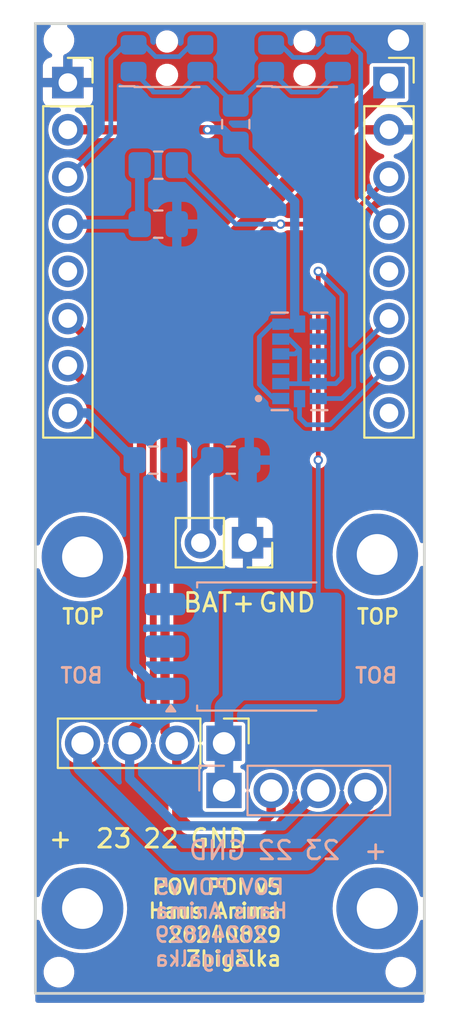
<source format=kicad_pcb>
(kicad_pcb (version 20240108) (generator "pcbnew") (generator_version "8.0")
  (layers (0 "F.Cu" signal) (31 "B.Cu" signal) (34 "B.Paste" user) (35 "F.Paste" user) (36 "B.SilkS" user "B.Silkscreen") (37 "F.SilkS" user "F.Silkscreen") (38 "B.Mask" user) (39 "F.Mask" user) (44 "Edge.Cuts" user))
  (net 0 "")
  (net 1 "/BAT+_TERMINAL")
  (net 2 "/V_LED")
  (net 3 "/3V3")
  (net 4 "/GATED_GND")
  (net 5 "/V_USB")
  (net 6 "/IO19")
  (net 7 "Net-(SW1-A)")
  (net 8 "/IO20")
  (net 9 "/A5")
  (net 10 "/A4")
  (net 11 "/IO17")
  (net 12 "/DI")
  (net 13 "/CI")
  (net 19 "/IO16")
  (net 21 "GND")
  (net 22 "/A6")
  (net 23 "/IO23")
  (net 24 "/IO7")
  (footprint "MountingHole:MountingHole_2.2mm_M2_Pad" (layer "F.Cu") (at 45.085 54.61)
    (property "Reference" "H1" (hide yes))
    (property "Value" "MountingHole" (hide yes))
    (pad "1" thru_hole circle (at 0 0) (size 4.4 4.4) (drill 2.2) (layers "*.Cu" "*.Mask"))
  )
  (footprint "00_PERSONAL:PinHeader_1x04_P2.54mm_Vertical_LARGER_HOLES" (layer "F.Cu") (at 36.83 64.77 -90)
    (property "Reference" "J5" (hide yes))
    (property "Value" "Conn_01x04" (hide yes))
    (fp_line (start -1.33 8.95) (end 1.33 8.95) (stroke (width 0.12)) (layer "F.SilkS"))
    (fp_line (start -1.33 1.27) (end -1.33 8.95) (stroke (width 0.12)) (layer "F.SilkS"))
    (fp_line (start -1.33 1.27) (end 1.33 1.27) (stroke (width 0.12)) (layer "F.SilkS"))
    (fp_line (start 1.33 1.27) (end 1.33 8.95) (stroke (width 0.12)) (layer "F.SilkS"))
    (fp_line (start -1.33 0) (end -1.33 -1.33) (stroke (width 0.12)) (layer "F.SilkS"))
    (fp_line (start -1.33 -1.33) (end 0 -1.33) (stroke (width 0.12)) (layer "F.SilkS"))
    (pad "1" thru_hole rect (at 0 0 270) (size 1.9 1.9) (drill 1.2) (layers "*.Cu" "*.Mask") (net 4 "/GATED_GND"))
    (pad "2" thru_hole oval (at 0 2.54 270) (size 1.9 1.9) (drill 1.2) (layers "*.Cu" "*.Mask") (net 12 "/DI"))
    (pad "3" thru_hole oval (at 0 5.08 270) (size 1.9 1.9) (drill 1.2) (layers "*.Cu" "*.Mask") (net 13 "/CI"))
    (pad "4" thru_hole oval (at 0 7.62 270) (size 1.9 1.9) (drill 1.2) (layers "*.Cu" "*.Mask") (net 2 "/V_LED"))
  )
  (footprint "00_PERSONAL:ToolingHole_JLCPCB" (layer "F.Cu") (at 46.355 77.089)
    (property "Reference" "TP2" (hide yes))
    (property "Value" "Tooling Hole" (hide yes))
    (pad "" np_thru_hole circle (at 0 0) (size 1.152 1.152) (drill 1.152) (layers "F&B.Cu" "*.Mask") (clearance 0.248))
  )
  (footprint "MountingHole:MountingHole_2.2mm_M2_Pad" (layer "F.Cu") (at 29.21 73.66)
    (property "Reference" "H3" (hide yes))
    (property "Value" "MountingHole" (hide yes))
    (pad "1" thru_hole circle (at 0 0) (size 4.4 4.4) (drill 2.2) (layers "*.Cu" "*.Mask"))
  )
  (footprint "Connector_PinSocket_2.54mm:PinSocket_1x02_P2.54mm_Vertical" (layer "F.Cu") (at 38.1 53.975 -90)
    (property "Reference" "BatteryConn1" (hide yes))
    (property "Value" "Conn_01x02" (hide yes))
    (fp_line (start -1.33 3.87) (end 1.33 3.87) (stroke (width 0.12)) (layer "F.SilkS"))
    (fp_line (start -1.33 1.27) (end -1.33 3.87) (stroke (width 0.12)) (layer "F.SilkS"))
    (fp_line (start -1.33 1.27) (end 1.33 1.27) (stroke (width 0.12)) (layer "F.SilkS"))
    (fp_line (start 1.33 1.27) (end 1.33 3.87) (stroke (width 0.12)) (layer "F.SilkS"))
    (fp_line (start 0 -1.33) (end 1.33 -1.33) (stroke (width 0.12)) (layer "F.SilkS"))
    (fp_line (start 1.33 -1.33) (end 1.33 0) (stroke (width 0.12)) (layer "F.SilkS"))
    (pad "1" thru_hole rect (at 0 0 270) (size 1.7 1.7) (drill 1) (layers "*.Cu" "*.Mask") (net 21 "GND"))
    (pad "2" thru_hole oval (at 0 2.54 270) (size 1.7 1.7) (drill 1) (layers "*.Cu" "*.Mask") (net 1 "/BAT+_TERMINAL"))
  )
  (footprint "00_PERSONAL:ToolingHole_JLCPCB" (layer "F.Cu") (at 27.94 26.924)
    (property "Reference" "TP3" (hide yes))
    (property "Value" "Tooling Hole" (hide yes))
    (pad "" np_thru_hole circle (at 0 0) (size 1.152 1.152) (drill 1.152) (layers "F&B.Cu" "*.Mask") (clearance 0.248))
  )
  (footprint "Connector_PinSocket_2.54mm:PinSocket_1x08_P2.54mm_Vertical" (layer "F.Cu") (at 45.72 29.21)
    (property "Reference" "J4" (hide yes))
    (property "Value" "Conn_01x08" (hide yes))
    (fp_line (start -1.33 1.27) (end -1.33 19.11) (stroke (width 0.12)) (layer "F.SilkS"))
    (fp_line (start -1.33 1.27) (end 1.33 1.27) (stroke (width 0.12)) (layer "F.SilkS"))
    (fp_line (start -1.33 19.11) (end 1.33 19.11) (stroke (width 0.12)) (layer "F.SilkS"))
    (fp_line (start 0 -1.33) (end 1.33 -1.33) (stroke (width 0.12)) (layer "F.SilkS"))
    (fp_line (start 1.33 -1.33) (end 1.33 0) (stroke (width 0.12)) (layer "F.SilkS"))
    (fp_line (start 1.33 1.27) (end 1.33 19.11) (stroke (width 0.12)) (layer "F.SilkS"))
    (pad "1" thru_hole rect (at 0 0) (size 1.7 1.7) (drill 1) (layers "*.Cu" "*.Mask") (net 1 "/BAT+_TERMINAL"))
    (pad "2" thru_hole oval (at 0 2.54) (size 1.7 1.7) (drill 1) (layers "*.Cu" "*.Mask") (net 21 "GND"))
    (pad "3" thru_hole oval (at 0 5.08) (size 1.7 1.7) (drill 1) (layers "*.Cu" "*.Mask") (net 5 "/V_USB"))
    (pad "4" thru_hole oval (at 0 7.62) (size 1.7 1.7) (drill 1) (layers "*.Cu" "*.Mask") (net 11 "/IO17"))
    (pad "5" thru_hole oval (at 0 10.16) (size 1.7 1.7) (drill 1) (layers "*.Cu" "*.Mask") (net 19 "/IO16"))
    (pad "6" thru_hole oval (at 0 12.7) (size 1.7 1.7) (drill 1) (layers "*.Cu" "*.Mask") (net 6 "/IO19"))
    (pad "7" thru_hole oval (at 0 15.24) (size 1.7 1.7) (drill 1) (layers "*.Cu" "*.Mask") (net 8 "/IO20"))
    (pad "8" thru_hole oval (at 0 17.78) (size 1.7 1.7) (drill 1) (layers "*.Cu" "*.Mask") (net 22 "/A6"))
  )
  (footprint "00_PERSONAL:ToolingHole_JLCPCB" (layer "F.Cu") (at 27.94 77.089)
    (property "Reference" "TP1" (hide yes))
    (property "Value" "Tooling Hole" (hide yes))
    (pad "" np_thru_hole circle (at 0 0) (size 1.152 1.152) (drill 1.152) (layers "F&B.Cu" "*.Mask") (clearance 0.248))
  )
  (footprint "MountingHole:MountingHole_2.2mm_M2_Pad" (layer "F.Cu") (at 45.085 73.66)
    (property "Reference" "H4" (hide yes))
    (property "Value" "MountingHole" (hide yes))
    (pad "1" thru_hole circle (at 0 0) (size 4.4 4.4) (drill 2.2) (layers "*.Cu" "*.Mask"))
  )
  (footprint "00_PERSONAL:ToolingHole_JLCPCB" (layer "F.Cu") (at 46.228 26.924)
    (property "Reference" "TP4" (hide yes))
    (property "Value" "Tooling Hole" (hide yes))
    (pad "" np_thru_hole circle (at 0 0) (size 1.152 1.152) (drill 1.152) (layers "F&B.Cu" "*.Mask") (clearance 0.248))
  )
  (footprint "MountingHole:MountingHole_2.2mm_M2_Pad" (layer "F.Cu") (at 29.21 54.737)
    (property "Reference" "H2" (hide yes))
    (property "Value" "MountingHole" (hide yes))
    (pad "1" thru_hole circle (at 0 0) (size 4.4 4.4) (drill 2.2) (layers "*.Cu" "*.Mask"))
  )
  (footprint "Connector_PinSocket_2.54mm:PinSocket_1x08_P2.54mm_Vertical" (layer "F.Cu") (at 28.42 29.21)
    (property "Reference" "J2" (hide yes))
    (property "Value" "Conn_01x08" (hide yes))
    (fp_line (start -1.33 1.27) (end -1.33 19.11) (stroke (width 0.12)) (layer "F.SilkS"))
    (fp_line (start -1.33 1.27) (end 1.33 1.27) (stroke (width 0.12)) (layer "F.SilkS"))
    (fp_line (start -1.33 19.11) (end 1.33 19.11) (stroke (width 0.12)) (layer "F.SilkS"))
    (fp_line (start 0 -1.33) (end 1.33 -1.33) (stroke (width 0.12)) (layer "F.SilkS"))
    (fp_line (start 1.33 -1.33) (end 1.33 0) (stroke (width 0.12)) (layer "F.SilkS"))
    (fp_line (start 1.33 1.27) (end 1.33 19.11) (stroke (width 0.12)) (layer "F.SilkS"))
    (pad "1" thru_hole rect (at 0 0) (size 1.7 1.7) (drill 1) (layers "*.Cu" "*.Mask") (net 21 "GND"))
    (pad "2" thru_hole oval (at 0 2.54) (size 1.7 1.7) (drill 1) (layers "*.Cu" "*.Mask") (net 3 "/3V3"))
    (pad "3" thru_hole oval (at 0 5.08) (size 1.7 1.7) (drill 1) (layers "*.Cu" "*.Mask") (net 10 "/A4"))
    (pad "4" thru_hole oval (at 0 7.62) (size 1.7 1.7) (drill 1) (layers "*.Cu" "*.Mask") (net 9 "/A5"))
    (pad "5" thru_hole oval (at 0 10.16) (size 1.7 1.7) (drill 1) (layers "*.Cu" "*.Mask") (net 23 "/IO23"))
    (pad "6" thru_hole oval (at 0 12.7) (size 1.7 1.7) (drill 1) (layers "*.Cu" "*.Mask") (net 12 "/DI"))
    (pad "7" thru_hole oval (at 0 15.24) (size 1.7 1.7) (drill 1) (layers "*.Cu" "*.Mask") (net 13 "/CI"))
    (pad "8" thru_hole oval (at 0 17.78) (size 1.7 1.7) (drill 1) (layers "*.Cu" "*.Mask") (net 24 "/IO7"))
  )
  (footprint "Resistor_SMD:R_0805_2012Metric_Pad1.20x1.40mm_HandSolder" (layer "B.Cu") (at 33.02 49.53 180)
    (property "Reference" "R6" (hide yes))
    (property "Value" "100K Ω" (hide yes))
    (fp_line (start 0.227064 0.735) (end -0.227064 0.735) (stroke (width 0.12)) (layer "B.SilkS"))
    (fp_line (start 0.227064 -0.735) (end -0.227064 -0.735) (stroke (width 0.12)) (layer "B.SilkS"))
    (pad "1" smd roundrect (at -1 0 180) (size 1.2 1.4) (layers "B.Cu" "B.Paste" "B.Mask") (roundrect_rratio 0.208333) (net 21 "GND"))
    (pad "2" smd roundrect (at 1 0 180) (size 1.2 1.4) (layers "B.Cu" "B.Paste" "B.Mask") (roundrect_rratio 0.208333) (net 24 "/IO7"))
  )
  (footprint "Resistor_SMD:R_0805_2012Metric_Pad1.20x1.40mm_HandSolder" (layer "B.Cu") (at 33.29 33.655)
    (property "Reference" "R1" (hide yes))
    (property "Value" "100K Ω" (hide yes))
    (fp_line (start 0.227064 -0.735) (end -0.227064 -0.735) (stroke (width 0.12)) (layer "B.SilkS"))
    (fp_line (start 0.227064 0.735) (end -0.227064 0.735) (stroke (width 0.12)) (layer "B.SilkS"))
    (pad "1" smd roundrect (at -1 0) (size 1.2 1.4) (layers "B.Cu" "B.Paste" "B.Mask") (roundrect_rratio 0.208333) (net 9 "/A5"))
    (pad "2" smd roundrect (at 1 0) (size 1.2 1.4) (layers "B.Cu" "B.Paste" "B.Mask") (roundrect_rratio 0.208333) (net 5 "/V_USB"))
  )
  (footprint "Resistor_SMD:R_0805_2012Metric_Pad1.20x1.40mm_HandSolder" (layer "B.Cu") (at 37.465 31.448 -90)
    (property "Reference" "R5" (hide yes))
    (property "Value" "100K Ω" (hide yes))
    (fp_line (start 0.227064 0.735) (end -0.227064 0.735) (stroke (width 0.12)) (layer "B.SilkS"))
    (fp_line (start 0.227064 -0.735) (end -0.227064 -0.735) (stroke (width 0.12)) (layer "B.SilkS"))
    (pad "1" smd roundrect (at -1 0 270) (size 1.2 1.4) (layers "B.Cu" "B.Paste" "B.Mask") (roundrect_rratio 0.208333) (net 7 "Net-(SW1-A)"))
    (pad "2" smd roundrect (at 1 0 270) (size 1.2 1.4) (layers "B.Cu" "B.Paste" "B.Mask") (roundrect_rratio 0.208333) (net 3 "/3V3"))
  )
  (footprint "Resistor_SMD:R_0805_2012Metric_Pad1.20x1.40mm_HandSolder" (layer "B.Cu") (at 33.29 36.83 180)
    (property "Reference" "R3" (hide yes))
    (property "Value" "200K Ω" (hide yes))
    (fp_line (start 0.227064 0.735) (end -0.227064 0.735) (stroke (width 0.12)) (layer "B.SilkS"))
    (fp_line (start 0.227064 -0.735) (end -0.227064 -0.735) (stroke (width 0.12)) (layer "B.SilkS"))
    (pad "1" smd roundrect (at -1 0 180) (size 1.2 1.4) (layers "B.Cu" "B.Paste" "B.Mask") (roundrect_rratio 0.208333) (net 21 "GND"))
    (pad "2" smd roundrect (at 1 0 180) (size 1.2 1.4) (layers "B.Cu" "B.Paste" "B.Mask") (roundrect_rratio 0.208333) (net 9 "/A5"))
  )
  (footprint "Package_TO_SOT_SMD:TO-252-3_TabPin4" (layer "B.Cu") (at 38.695 59.562)
    (property "Reference" "Q1" (hide yes))
    (property "Value" "Q_NMOS_GDSD" (hide yes))
    (fp_line (start -3.31 -3.45) (end 3.11 -3.45) (stroke (width 0.12)) (layer "B.SilkS"))
    (fp_line (start -3.31 -3.18) (end -3.31 -3.45) (stroke (width 0.12)) (layer "B.SilkS"))
    (fp_line (start -3.31 3.18) (end -3.31 3.45) (stroke (width 0.12)) (layer "B.SilkS"))
    (fp_line (start -3.31 3.45) (end 3.11 3.45) (stroke (width 0.12)) (layer "B.SilkS"))
    (fp_poly (pts (xy -4.73 3.16) (xy -4.97 3.49) (xy -4.49 3.49) (xy -4.73 3.16)) (stroke (width 0.12)) (fill solid) (layer "B.SilkS"))
    (pad "1" smd roundrect (at -5.04 2.28) (size 2.2 1.2) (layers "B.Cu" "B.Paste" "B.Mask") (roundrect_rratio 0.208333) (net 24 "/IO7"))
    (pad "2" smd roundrect (at -5.04 0) (size 2.2 1.2) (layers "B.Cu" "B.Paste" "B.Mask") (roundrect_rratio 0.208333))
    (pad "3" smd roundrect (at -5.04 -2.28) (size 2.2 1.2) (layers "B.Cu" "B.Paste" "B.Mask") (roundrect_rratio 0.208333) (net 21 "GND"))
    (pad "4" smd roundrect (at -0.415 -1.525) (size 3.05 2.75) (layers "B.Cu" "B.Paste") (roundrect_rratio 0.090909) (net 4 "/GATED_GND"))
    (pad "4" smd roundrect (at -0.415 1.525) (size 3.05 2.75) (layers "B.Cu" "B.Paste") (roundrect_rratio 0.090909) (net 4 "/GATED_GND"))
    (pad "4" smd roundrect (at 1.26 0) (size 6.4 5.8) (layers "B.Cu" "B.Mask") (roundrect_rratio 0.043103) (net 4 "/GATED_GND"))
    (pad "4" smd roundrect (at 2.935 -1.525) (size 3.05 2.75) (layers "B.Cu" "B.Paste") (roundrect_rratio 0.090909) (net 4 "/GATED_GND"))
    (pad "4" smd roundrect (at 2.935 1.525) (size 3.05 2.75) (layers "B.Cu" "B.Paste") (roundrect_rratio 0.090909) (net 4 "/GATED_GND"))
  )
  (footprint "Button_Switch_SMD:SW_SPST_EVQP7C" (layer "B.Cu") (at 41.17 27.898)
    (property "Reference" "SW1" (hide yes))
    (property "Value" "SW_SPST" (hide yes))
    (fp_line (start -1.75 1.51) (end -2.55 1.51) (stroke (width 0.12)) (layer "B.SilkS"))
    (fp_line (start -1.75 1.51) (end -1.75 1.55) (stroke (width 0.12)) (layer "B.SilkS"))
    (fp_line (start 1.75 1.55) (end -1.75 1.55) (stroke (width 0.12)) (layer "B.SilkS"))
    (pad "" np_thru_hole circle (at 0 -0.9) (size 0.7 0.7) (drill 0.7) (layers "*.Cu" "*.Mask"))
    (pad "" np_thru_hole circle (at 0 0.9) (size 0.7 0.7) (drill 0.7) (layers "*.Cu" "*.Mask"))
    (pad "1" smd roundrect (at -1.8 0.72) (size 1.4 1.05) (layers "B.Cu" "B.Paste" "B.Mask") (roundrect_rratio 0.2380952381) (net 7 "Net-(SW1-A)"))
    (pad "1" smd roundrect (at 1.8 0.72) (size 1.4 1.05) (layers "B.Cu" "B.Paste" "B.Mask") (roundrect_rratio 0.2380952381) (net 7 "Net-(SW1-A)"))
    (pad "2" smd roundrect (at -1.8 -0.72) (size 1.4 1.05) (layers "B.Cu" "B.Paste" "B.Mask") (roundrect_rratio 0.2380952381) (net 11 "/IO17"))
    (pad "2" smd roundrect (at 1.8 -0.72) (size 1.4 1.05) (layers "B.Cu" "B.Paste" "B.Mask") (roundrect_rratio 0.2380952381) (net 11 "/IO17"))
  )
  (footprint "Resistor_SMD:R_0805_2012Metric_Pad1.20x1.40mm_HandSolder" (layer "B.Cu") (at 37.195 49.53)
    (property "Reference" "C2" (hide yes))
    (property "Value" "C_Polarized" (hide yes))
    (fp_line (start 0.227064 -0.735) (end -0.227064 -0.735) (stroke (width 0.12)) (layer "B.SilkS"))
    (fp_line (start 0.227064 0.735) (end -0.227064 0.735) (stroke (width 0.12)) (layer "B.SilkS"))
    (pad "1" smd roundrect (at -1 0) (size 1.2 1.4) (layers "B.Cu" "B.Paste" "B.Mask") (roundrect_rratio 0.208333) (net 1 "/BAT+_TERMINAL"))
    (pad "2" smd roundrect (at 1 0) (size 1.2 1.4) (layers "B.Cu" "B.Paste" "B.Mask") (roundrect_rratio 0.208333) (net 21 "GND"))
  )
  (footprint "Button_Switch_SMD:SW_SPST_EVQP7C" (layer "B.Cu") (at 33.76 27.898)
    (property "Reference" "SW2" (hide yes))
    (property "Value" "SW_SPST" (hide yes))
    (fp_line (start -1.75 1.51) (end -2.55 1.51) (stroke (width 0.12)) (layer "B.SilkS"))
    (fp_line (start -1.75 1.51) (end -1.75 1.55) (stroke (width 0.12)) (layer "B.SilkS"))
    (fp_line (start 1.75 1.55) (end -1.75 1.55) (stroke (width 0.12)) (layer "B.SilkS"))
    (pad "" np_thru_hole circle (at 0 -0.9) (size 0.7 0.7) (drill 0.7) (layers "*.Cu" "*.Mask"))
    (pad "" np_thru_hole circle (at 0 0.9) (size 0.7 0.7) (drill 0.7) (layers "*.Cu" "*.Mask"))
    (pad "1" smd roundrect (at -1.8 0.72) (size 1.4 1.05) (layers "B.Cu" "B.Paste" "B.Mask") (roundrect_rratio 0.2380952381) (net 7 "Net-(SW1-A)"))
    (pad "1" smd roundrect (at 1.8 0.72) (size 1.4 1.05) (layers "B.Cu" "B.Paste" "B.Mask") (roundrect_rratio 0.2380952381) (net 7 "Net-(SW1-A)"))
    (pad "2" smd roundrect (at -1.8 -0.72) (size 1.4 1.05) (layers "B.Cu" "B.Paste" "B.Mask") (roundrect_rratio 0.2380952381) (net 10 "/A4"))
    (pad "2" smd roundrect (at 1.8 -0.72) (size 1.4 1.05) (layers "B.Cu" "B.Paste" "B.Mask") (roundrect_rratio 0.2380952381) (net 10 "/A4"))
  )
  (footprint "00_PERSONAL:PinHeader_1x04_P2.54mm_Vertical_LARGER_HOLES" (layer "B.Cu") (at 36.83 67.31 -90)
    (property "Reference" "J3" (hide yes))
    (property "Value" "Conn_01x04" (hide yes))
    (fp_line (start -1.33 1.33) (end -1.33 0) (stroke (width 0.12)) (layer "B.SilkS"))
    (fp_line (start 0 1.33) (end -1.33 1.33) (stroke (width 0.12)) (layer "B.SilkS"))
    (fp_line (start 1.33 -1.27) (end -1.33 -1.27) (stroke (width 0.12)) (layer "B.SilkS"))
    (fp_line (start -1.33 -8.95) (end -1.33 -1.27) (stroke (width 0.12)) (layer "B.SilkS"))
    (fp_line (start 1.33 -8.95) (end 1.33 -1.27) (stroke (width 0.12)) (layer "B.SilkS"))
    (fp_line (start 1.33 -8.95) (end -1.33 -8.95) (stroke (width 0.12)) (layer "B.SilkS"))
    (pad "1" thru_hole rect (at 0 0 270) (size 1.9 1.9) (drill 1.2) (layers "*.Cu" "*.Mask") (net 4 "/GATED_GND"))
    (pad "2" thru_hole oval (at 0 -2.54 270) (size 1.9 1.9) (drill 1.2) (layers "*.Cu" "*.Mask") (net 12 "/DI"))
    (pad "3" thru_hole oval (at 0 -5.08 270) (size 1.9 1.9) (drill 1.2) (layers "*.Cu" "*.Mask") (net 13 "/CI"))
    (pad "4" thru_hole oval (at 0 -7.62 270) (size 1.9 1.9) (drill 1.2) (layers "*.Cu" "*.Mask") (net 2 "/V_LED"))
  )
  (footprint "00_PERSONAL:PQFN80P500X300X100-14N" (layer "B.Cu") (at 40.9 44.215)
    (property "Reference" "U2" (hide yes))
    (property "Value" "ADXL345BCCZ-RL7" (hide yes))
    (fp_line (start -0.63 -2.625) (end -1.5 -2.625) (stroke (width 0.127)) (layer "B.SilkS"))
    (fp_line (start -0.63 2.625) (end -1.5 2.625) (stroke (width 0.127)) (layer "B.SilkS"))
    (fp_line (start 0.63 -2.625) (end 1.5 -2.625) (stroke (width 0.127)) (layer "B.SilkS"))
    (fp_line (start 0.63 2.625) (end 1.5 2.625) (stroke (width 0.127)) (layer "B.SilkS"))
    (fp_circle (center -2.21 2) (end -2.11 2) (stroke (width 0.2)) (fill none) (layer "B.SilkS"))
    (pad "1" smd rect (at -1.01 2) (size 0.92 0.61) (layers "B.Cu" "B.Paste") (net 3 "/3V3"))
    (pad "2" smd rect (at -1.01 1.2) (size 0.92 0.61) (layers "B.Cu" "B.Paste") (net 4 "/GATED_GND"))
    (pad "3" smd rect (at -1.01 0.4) (size 0.92 0.61) (layers "B.Cu" "B.Paste"))
    (pad "4" smd rect (at -1.01 -0.4) (size 0.92 0.61) (layers "B.Cu" "B.Paste") (net 4 "/GATED_GND"))
    (pad "5" smd rect (at -1.01 -1.2) (size 0.92 0.61) (layers "B.Cu" "B.Paste") (net 4 "/GATED_GND"))
    (pad "6" smd rect (at -1.01 -2) (size 0.92 0.61) (layers "B.Cu" "B.Paste") (net 3 "/3V3"))
    (pad "7" smd rect (at 0 -2.01) (size 0.61 0.92) (layers "B.Cu" "B.Paste") (net 3 "/3V3"))
    (pad "8" smd rect (at 1.01 -2) (size 0.92 0.61) (layers "B.Cu" "B.Paste"))
    (pad "9" smd rect (at 1.01 -1.2) (size 0.92 0.61) (layers "B.Cu" "B.Paste"))
    (pad "10" smd rect (at 1.01 -0.4) (size 0.92 0.61) (layers "B.Cu" "B.Paste"))
    (pad "11" smd rect (at 1.01 0.4) (size 0.92 0.61) (layers "B.Cu" "B.Paste"))
    (pad "12" smd rect (at 1.01 1.2) (size 0.92 0.61) (layers "B.Cu" "B.Paste") (net 4 "/GATED_GND"))
    (pad "13" smd rect (at 1.01 2) (size 0.92 0.61) (layers "B.Cu" "B.Paste") (net 6 "/IO19"))
    (pad "14" smd rect (at 0 2.01) (size 0.61 0.92) (layers "B.Cu" "B.Paste") (net 8 "/IO20"))
  )
  (gr_rect (start 26.67 26.035) (end 47.625 78.232) (stroke (width 0.15)) (fill none) (layer "Edge.Cuts"))
  (gr_text "POV POI v5\nHaus Anima\n20240829\nZhigalka" (at 33.02 76.835 0) (layer "B.SilkS") (effects (font (size 0.8 0.8) (thickness 0.15) (bold yes)) (justify right bottom mirror)))
  (gr_text "BOT" (at 43.815 61.595 0) (layer "B.SilkS") (effects (font (size 0.8 0.8) (thickness 0.15) (bold yes)) (justify right bottom mirror)))
  (gr_text "BOT" (at 27.94 61.595 0) (layer "B.SilkS") (effects (font (size 0.8 0.8) (thickness 0.15) (bold yes)) (justify right bottom mirror)))
  (gr_text "22" (at 40.64 71.12 0) (layer "B.SilkS") (effects (font (size 1 1)) (justify left bottom mirror)))
  (gr_text "23" (at 43.18 71.12 0) (layer "B.SilkS") (effects (font (size 1 1)) (justify left bottom mirror)))
  (gr_text "GND" (at 38.1 71.12 0) (layer "B.SilkS") (effects (font (size 1 1)) (justify left bottom mirror)))
  (gr_text "+\n" (at 45.72 71.12 0) (layer "B.SilkS") (effects (font (size 1 1)) (justify left bottom mirror)))
  (gr_text "+\n" (at 27.305 70.485 0) (layer "F.SilkS") (effects (font (size 1 1)) (justify left bottom)))
  (gr_text "TOP" (at 46.355 58.42 0) (layer "F.SilkS") (effects (font (size 0.8 0.8) (thickness 0.15) (bold yes)) (justify right bottom)))
  (gr_text "BAT+" (at 34.544 57.785 0) (layer "F.SilkS") (effects (font (size 1 1)) (justify left bottom)))
  (gr_text "TOP" (at 30.48 58.42 0) (layer "F.SilkS") (effects (font (size 0.8 0.8) (thickness 0.15) (bold yes)) (justify right bottom)))
  (gr_text "23" (at 29.845 70.485 0) (layer "F.SilkS") (effects (font (size 1 1)) (justify left bottom)))
  (gr_text "GND" (at 34.925 70.485 0) (layer "F.SilkS") (effects (font (size 1 1)) (justify left bottom)))
  (gr_text "22" (at 32.385 70.485 0) (layer "F.SilkS") (effects (font (size 1 1)) (justify left bottom)))
  (gr_text "GND" (at 38.608 57.785 0) (layer "F.SilkS") (effects (font (size 1 1)) (justify left bottom)))
  (gr_text "POV POI v5\nHaus Anima\n20240829\nZhigalka" (at 40.005 76.835 0) (layer "F.SilkS") (effects (font (size 0.8 0.8) (thickness 0.15) (bold yes)) (justify right bottom)))
  (segment (start 35.56 39.37) (end 45.72 29.21) (width 1) (layer "F.Cu") (net 1))
  (segment (start 35.56 53.975) (end 35.56 39.37) (width 1) (layer "F.Cu") (net 1))
  (segment (start 35.56 50.165) (end 36.195 49.53) (width 1) (layer "B.Cu") (net 1))
  (segment (start 35.56 53.975) (end 35.56 50.165) (width 1) (layer "B.Cu") (net 1))
  (segment (start 41.275 71.12) (end 34.29 71.12) (width 1) (layer "B.Cu") (net 2))
  (segment (start 29.21 66.04) (end 29.21 64.77) (width 1) (layer "B.Cu") (net 2))
  (segment (start 34.29 71.12) (end 29.21 66.04) (width 1) (layer "B.Cu") (net 2))
  (segment (start 44.45 67.31) (end 44.45 67.945) (width 1) (layer "B.Cu") (net 2))
  (segment (start 44.45 67.945) (end 41.275 71.12) (width 1) (layer "B.Cu") (net 2))
  (segment (start 28.42 31.75) (end 35.941 31.75) (width 0.5) (layer "F.Cu") (net 3))
  (via (at 35.941 31.75) (size 0.508) (drill 0.3) (layers "F.Cu" "B.Cu") (net 3))
  (segment (start 36.767 31.75) (end 37.465 32.448) (width 0.5) (layer "B.Cu") (net 3))
  (segment (start 40.64 41.945) (end 40.9 42.205) (width 0.5) (layer "B.Cu") (net 3))
  (segment (start 39.465 42.18) (end 38.735 42.91) (width 0.254) (layer "B.Cu") (net 3))
  (segment (start 38.735 42.91) (end 38.735 45.45) (width 0.254) (layer "B.Cu") (net 3))
  (segment (start 38.735 45.45) (end 39.465 46.18) (width 0.254) (layer "B.Cu") (net 3))
  (segment (start 37.465 32.448) (end 40.64 35.623) (width 0.5) (layer "B.Cu") (net 3))
  (segment (start 40.89 42.215) (end 39.89 42.215) (width 0.5) (layer "B.Cu") (net 3))
  (segment (start 37.465 32.607) (end 37.338 32.48) (width 0.254) (layer "B.Cu") (net 3))
  (segment (start 40.9 42.205) (end 40.89 42.215) (width 0.5) (layer "B.Cu") (net 3))
  (segment (start 40.64 35.623) (end 40.64 41.945) (width 0.5) (layer "B.Cu") (net 3))
  (segment (start 36.767 31.75) (end 35.941 31.75) (width 0.5) (layer "B.Cu") (net 3))
  (segment (start 41.91 39.37) (end 41.91 49.53) (width 0.254) (layer "F.Cu") (net 4))
  (via (at 41.91 49.53) (size 0.508) (drill 0.3) (layers "F.Cu" "B.Cu") (net 4))
  (via (at 41.91 39.37) (size 0.508) (drill 0.3) (layers "F.Cu" "B.Cu") (net 4))
  (segment (start 40.9 45.415) (end 40.9 43.58) (width 0.254) (layer "B.Cu") (net 4))
  (segment (start 42.85 45.415) (end 43.18 45.085) (width 0.254) (layer "B.Cu") (net 4))
  (segment (start 41.91 49.53) (end 41.91 57.607) (width 0.254) (layer "B.Cu") (net 4))
  (segment (start 40.335 43.015) (end 40.9 43.58) (width 0.254) (layer "B.Cu") (net 4))
  (segment (start 43.18 40.64) (end 42.545 40.005) (width 0.254) (layer "B.Cu") (net 4))
  (segment (start 41.91 45.415) (end 42.85 45.415) (width 0.254) (layer "B.Cu") (net 4))
  (segment (start 42.545 40.005) (end 41.91 39.37) (width 0.254) (layer "B.Cu") (net 4))
  (segment (start 36.83 67.31) (end 36.83 64.77) (width 1) (layer "B.Cu") (net 4))
  (segment (start 41.91 57.607) (end 39.955 59.562) (width 0.254) (layer "B.Cu") (net 4))
  (segment (start 39.89 43.815) (end 40.665 43.815) (width 0.254) (layer "B.Cu") (net 4))
  (segment (start 36.83 64.77) (end 36.83 62.837) (width 1) (layer "B.Cu") (net 4))
  (segment (start 43.18 45.085) (end 43.18 43.815) (width 0.254) (layer "B.Cu") (net 4))
  (segment (start 39.89 45.415) (end 40.9 45.415) (width 0.254) (layer "B.Cu") (net 4))
  (segment (start 39.89 43.015) (end 40.335 43.015) (width 0.254) (layer "B.Cu") (net 4))
  (segment (start 36.83 62.837) (end 41.63 58.037) (width 1) (layer "B.Cu") (net 4))
  (segment (start 41.91 45.415) (end 40.9 45.415) (width 0.254) (layer "B.Cu") (net 4))
  (segment (start 40.665 43.815) (end 40.9 43.58) (width 0.254) (layer "B.Cu") (net 4))
  (segment (start 43.18 43.815) (end 43.18 40.64) (width 0.254) (layer "B.Cu") (net 4))
  (segment (start 45.72 34.29) (end 43.18 36.83) (width 0.254) (layer "F.Cu") (net 5))
  (segment (start 43.18 36.83) (end 42.672 36.83) (width 0.254) (layer "F.Cu") (net 5))
  (segment (start 39.878 36.83) (end 40.132 36.83) (width 0.254) (layer "F.Cu") (net 5))
  (segment (start 42.672 36.83) (end 39.878 36.83) (width 0.254) (layer "F.Cu") (net 5))
  (via (at 39.878 36.83) (size 0.508) (drill 0.3) (layers "F.Cu" "B.Cu") (net 5))
  (segment (start 37.465 36.83) (end 39.878 36.83) (width 0.254) (layer "B.Cu") (net 5))
  (segment (start 34.29 33.655) (end 37.465 36.83) (width 0.254) (layer "B.Cu") (net 5))
  (segment (start 43.815 43.815) (end 45.72 41.91) (width 0.254) (layer "B.Cu") (net 6))
  (segment (start 43.815 45.58) (end 43.815 43.815) (width 0.254) (layer "B.Cu") (net 6))
  (segment (start 41.91 46.215) (end 43.18 46.215) (width 0.254) (layer "B.Cu") (net 6))
  (segment (start 43.18 46.215) (end 43.815 45.58) (width 0.254) (layer "B.Cu") (net 6))
  (segment (start 37.465 30.353) (end 37.338 30.48) (width 0.254) (layer "B.Cu") (net 7))
  (segment (start 39.37 28.618) (end 40.47 29.718) (width 0.254) (layer "B.Cu") (net 7))
  (segment (start 34.46 29.718) (end 35.56 28.618) (width 0.254) (layer "B.Cu") (net 7))
  (segment (start 37.465 30.427) (end 37.465 30.448) (width 0.254) (layer "B.Cu") (net 7))
  (segment (start 33.02 29.718) (end 34.46 29.718) (width 0.254) (layer "B.Cu") (net 7))
  (segment (start 33.02 29.678) (end 33.02 29.718) (width 0.254) (layer "B.Cu") (net 7))
  (segment (start 39.348 28.544) (end 37.465 30.427) (width 0.254) (layer "B.Cu") (net 7))
  (segment (start 39.348 28.544) (end 39.72 28.544) (width 0.254) (layer "B.Cu") (net 7))
  (segment (start 37.465 30.448) (end 35.592 28.575) (width 0.254) (layer "B.Cu") (net 7))
  (segment (start 40.47 29.718) (end 41.87 29.718) (width 0.254) (layer "B.Cu") (net 7))
  (segment (start 31.96 28.618) (end 33.02 29.678) (width 0.254) (layer "B.Cu") (net 7))
  (segment (start 41.87 29.718) (end 42.97 28.618) (width 0.254) (layer "B.Cu") (net 7))
  (segment (start 42.545 47.625) (end 45.72 44.45) (width 0.254) (layer "B.Cu") (net 8))
  (segment (start 41.275 47.625) (end 42.545 47.625) (width 0.254) (layer "B.Cu") (net 8))
  (segment (start 40.9 46.225) (end 40.9 47.25) (width 0.254) (layer "B.Cu") (net 8))
  (segment (start 40.9 47.25) (end 41.275 47.625) (width 0.254) (layer "B.Cu") (net 8))
  (segment (start 28.42 36.83) (end 32.29 36.83) (width 0.5) (layer "B.Cu") (net 9))
  (segment (start 32.29 36.83) (end 32.29 33.88) (width 0.5) (layer "B.Cu") (net 9))
  (segment (start 31.96 27.135) (end 32.469 27.135) (width 0.254) (layer "B.Cu") (net 10))
  (segment (start 31.496 27.178) (end 30.734 27.94) (width 0.254) (layer "B.Cu") (net 10))
  (segment (start 34.417 27.813) (end 35.095 27.135) (width 0.254) (layer "B.Cu") (net 10))
  (segment (start 35.095 27.135) (end 35.56 27.135) (width 0.254) (layer "B.Cu") (net 10))
  (segment (start 30.734 31.976) (end 28.42 34.29) (width 0.254) (layer "B.Cu") (net 10))
  (segment (start 30.734 27.94) (end 30.734 31.976) (width 0.254) (layer "B.Cu") (net 10))
  (segment (start 31.96 27.178) (end 31.496 27.178) (width 0.254) (layer "B.Cu") (net 10))
  (segment (start 32.469 27.135) (end 33.147 27.813) (width 0.254) (layer "B.Cu") (net 10))
  (segment (start 33.147 27.813) (end 34.417 27.813) (width 0.254) (layer "B.Cu") (net 10))
  (segment (start 44.196 27.686) (end 44.196 35.306) (width 0.254) (layer "B.Cu") (net 11))
  (segment (start 43.688 27.178) (end 44.196 27.686) (width 0.254) (layer "B.Cu") (net 11))
  (segment (start 41.826 27.856) (end 42.504 27.178) (width 0.254) (layer "B.Cu") (net 11))
  (segment (start 42.97 27.178) (end 43.688 27.178) (width 0.254) (layer "B.Cu") (net 11))
  (segment (start 42.504 27.178) (end 42.969 27.178) (width 0.254) (layer "B.Cu") (net 11))
  (segment (start 40.556 27.856) (end 41.826 27.856) (width 0.254) (layer "B.Cu") (net 11))
  (segment (start 44.196 35.306) (end 45.72 36.83) (width 0.254) (layer "B.Cu") (net 11))
  (segment (start 39.878 27.178) (end 40.556 27.856) (width 0.254) (layer "B.Cu") (net 11))
  (segment (start 39.369 27.178) (end 39.878 27.178) (width 0.254) (layer "B.Cu") (net 11))
  (segment (start 33.655 47.145) (end 28.42 41.91) (width 0.5) (layer "F.Cu") (net 12))
  (segment (start 38.735 69.215) (end 34.925 69.215) (width 0.5) (layer "F.Cu") (net 12))
  (segment (start 34.29 64.77) (end 33.655 64.135) (width 0.5) (layer "F.Cu") (net 12))
  (segment (start 39.37 67.31) (end 39.37 68.58) (width 0.5) (layer "F.Cu") (net 12))
  (segment (start 39.37 68.58) (end 38.735 69.215) (width 0.5) (layer "F.Cu") (net 12))
  (segment (start 33.655 64.135) (end 33.655 47.145) (width 0.5) (layer "F.Cu") (net 12))
  (segment (start 34.29 68.58) (end 34.29 64.77) (width 0.5) (layer "F.Cu") (net 12))
  (segment (start 34.925 69.215) (end 34.29 68.58) (width 0.5) (layer "F.Cu") (net 12))
  (segment (start 32.385 48.415) (end 32.385 63.5) (width 0.5) (layer "F.Cu") (net 13))
  (segment (start 31.75 64.135) (end 31.75 64.77) (width 0.5) (layer "F.Cu") (net 13))
  (segment (start 32.385 63.5) (end 31.75 64.135) (width 0.5) (layer "F.Cu") (net 13))
  (segment (start 28.42 44.45) (end 32.385 48.415) (width 0.5) (layer "F.Cu") (net 13))
  (segment (start 31.75 66.675) (end 34.29 69.215) (width 0.5) (layer "B.Cu") (net 13))
  (segment (start 34.29 69.215) (end 40.005 69.215) (width 0.5) (layer "B.Cu") (net 13))
  (segment (start 40.005 69.215) (end 41.91 67.31) (width 0.5) (layer "B.Cu") (net 13))
  (segment (start 31.75 64.77) (end 31.75 66.675) (width 0.5) (layer "B.Cu") (net 13))
  (segment (start 38.1 53.975) (end 38.1 50.26) (width 1) (layer "B.Cu") (net 21))
  (segment (start 32.02 49.53) (end 32.02 60.595) (width 0.5) (layer "B.Cu") (net 24))
  (segment (start 29.48 46.99) (end 32.02 49.53) (width 0.5) (layer "B.Cu") (net 24))
  (segment (start 33.267 61.842) (end 33.655 61.842) (width 0.5) (layer "B.Cu") (net 24))
  (segment (start 32.02 60.595) (end 33.267 61.842) (width 0.5) (layer "B.Cu") (net 24))
  (segment (start 28.42 46.99) (end 29.48 46.99) (width 0.5) (layer "B.Cu") (net 24))
  (zone (net 21) (net_name "GND") (layers "F&B.Cu") (priority 1) (connect_pads (clearance 0.2)) (min_thickness 0.25) (fill yes (thermal_gap 0.5) (thermal_bridge_width 0.5))
    (polygon (pts (xy 49.276 24.765) (xy 24.765 24.765) (xy 24.765 79.883) (xy 49.022 79.883)))
  )
)
</source>
